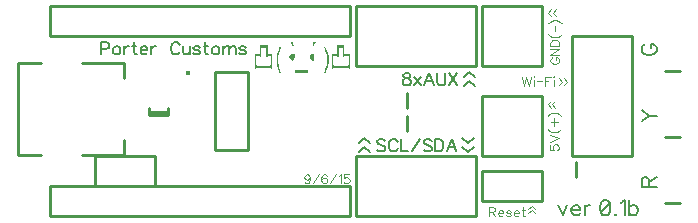
<source format=gbr>
G04 DipTrace 2.4.0.2*
%INTopSilk.gbr*%
%MOIN*%
%ADD10C,0.0098*%
%ADD12C,0.003*%
%ADD21C,0.0154*%
%ADD41C,0.0077*%
%ADD42C,0.0046*%
%ADD43C,0.0062*%
%FSLAX44Y44*%
G04*
G70*
G90*
G75*
G01*
%LNTopSilk*%
%LPD*%
X21690Y6440D2*
D10*
Y10440D1*
X23690D1*
Y6440D1*
X21690D1*
X14290Y10440D2*
Y11440D1*
X4290Y10440D2*
X14290D1*
X4290D2*
Y11440D1*
X5040D1*
X14290D1*
Y4440D2*
Y5440D1*
X4290Y4440D2*
X14290D1*
X4290D2*
Y5440D1*
X5040D1*
X14290D1*
X3225Y9545D2*
Y6475D1*
X5351Y9545D2*
X6769D1*
X5351Y6475D2*
X6769D1*
X3225Y9545D2*
X3973D1*
X3225Y6475D2*
X3973D1*
X6769Y9545D2*
Y9053D1*
Y6967D2*
Y6475D1*
X8205Y7898D2*
X7575D1*
X8205Y7823D2*
X7575D1*
X8205D2*
Y8059D1*
X7575Y7823D2*
Y8059D1*
X14490Y11440D2*
X18490D1*
Y9440D1*
X14490D1*
Y11440D1*
X18690Y5940D2*
Y4940D1*
X20690Y5940D2*
X18690D1*
X20690D2*
Y4940D1*
X18690D1*
X25296Y4876D2*
X24784D1*
X25291Y9281D2*
X24779D1*
X25291Y7081D2*
X24779D1*
D21*
X8888Y9223D3*
X9781Y9234D2*
D10*
Y6635D1*
X10883Y9234D2*
Y6635D1*
X9781D2*
X10883D1*
X9781Y9234D2*
X10883D1*
X21826Y5734D2*
Y6246D1*
X16204Y8546D2*
Y8034D1*
X14500Y6440D2*
X18500D1*
Y4440D1*
X14500D1*
Y6440D1*
X7790Y5440D2*
Y6440D1*
X5790Y5440D2*
X7790D1*
X5790D2*
Y6440D1*
X7790D1*
X18690Y11440D2*
X20690D1*
X18690Y9440D2*
Y11440D1*
X20690Y9440D2*
Y11440D1*
X18690Y9440D2*
X20690D1*
X18690Y8440D2*
X20690D1*
X18690Y6440D2*
Y8440D1*
X20690Y6440D2*
Y8440D1*
X18690Y6440D2*
X20690D1*
X16204Y7796D2*
Y7284D1*
X12320Y10250D2*
D12*
X12350D1*
X13070D2*
X13130D1*
X12334Y10220D2*
X12361D1*
X13059D2*
X13097D1*
X12343Y10190D2*
X12371D1*
X13049D2*
X13067D1*
X12350Y10160D2*
X12380D1*
X13040D2*
D3*
X11300Y10130D2*
X11510D1*
X13850D2*
X14060D1*
X11300Y10100D2*
X11510D1*
X13850D2*
X14060D1*
X11300Y10070D2*
X11510D1*
X11930D2*
X11960D1*
X13430D2*
D3*
X13850D2*
X14060D1*
X11300Y10040D2*
D3*
X11480D2*
X11510D1*
X11925D2*
X11945D1*
X13440D2*
X13460D1*
X13850D2*
X13880D1*
X14060D2*
D3*
X11300Y10010D2*
D3*
X11480D2*
X11510D1*
X11918D2*
X11933D1*
X13450D2*
X13471D1*
X13850D2*
X13880D1*
X14060D2*
D3*
X11300Y9980D2*
D3*
X11480D2*
X11510D1*
X11909D2*
X11921D1*
X13460D2*
X13484D1*
X13850D2*
X13880D1*
X14060D2*
D3*
X11300Y9950D2*
D3*
X11480D2*
X11510D1*
X11899D2*
X11910D1*
X13471D2*
X13497D1*
X13850D2*
X13880D1*
X14060D2*
D3*
X11300Y9920D2*
D3*
X11480D2*
X11510D1*
X11885D2*
X11900D1*
X13484D2*
X13508D1*
X13850D2*
X13880D1*
X14060D2*
D3*
X11300Y9890D2*
D3*
X11480D2*
X11510D1*
X11869D2*
X11890D1*
X13497D2*
X13515D1*
X13850D2*
X13880D1*
X14060D2*
D3*
X11120Y9860D2*
X11300D1*
X11480D2*
X11660D1*
X11855D2*
X11880D1*
X12350D2*
D3*
X13010D2*
X13040D1*
X13508D2*
X13523D1*
X13700D2*
X13880D1*
X14060D2*
X14240D1*
X11120Y9830D2*
X11300D1*
X11480D2*
X11660D1*
X11847D2*
X11870D1*
X12316D2*
X12410D1*
X12986D2*
X13054D1*
X13514D2*
X13531D1*
X13700D2*
X13880D1*
X14060D2*
X14240D1*
X11120Y9800D2*
X11300D1*
X11480D2*
X11660D1*
X11843D2*
X11860D1*
X12285D2*
X12410D1*
X12968D2*
X13062D1*
X13518D2*
X13540D1*
X13700D2*
X13880D1*
X14060D2*
X14240D1*
X11120Y9770D2*
D3*
X11300D2*
D3*
X11480D2*
X11510D1*
X11660D2*
D3*
X11841D2*
X11851D1*
X12271D2*
X12410D1*
X12959D2*
X13067D1*
X13519D2*
X13545D1*
X13700D2*
D3*
X13850D2*
X13880D1*
X14060D2*
D3*
X14240D2*
D3*
X11120Y9740D2*
D3*
X11660D2*
D3*
X11840D2*
X11845D1*
X12268D2*
X12407D1*
X12953D2*
X13067D1*
X13520D2*
X13548D1*
X13700D2*
D3*
X14240D2*
D3*
X11120Y9710D2*
D3*
X11660D2*
D3*
X11840D2*
X11842D1*
X12281D2*
X12402D1*
X12959D2*
X13064D1*
X13520D2*
X13549D1*
X13700D2*
D3*
X14240D2*
D3*
X11120Y9680D2*
D3*
X11660D2*
D3*
X11840D2*
X11841D1*
X12313D2*
X12379D1*
X12982D2*
X13054D1*
X13520D2*
X13550D1*
X13700D2*
D3*
X14240D2*
D3*
X11120Y9650D2*
D3*
X11660D2*
D3*
X11840D2*
X11842D1*
X12350D2*
D3*
X13010D2*
X13040D1*
X13520D2*
X13550D1*
X13700D2*
D3*
X14240D2*
D3*
X11120Y9620D2*
D3*
X11660D2*
D3*
X11840D2*
X11845D1*
X13520D2*
X13550D1*
X13700D2*
D3*
X14240D2*
D3*
X11120Y9590D2*
D3*
X11660D2*
D3*
X11840D2*
X11852D1*
X13520D2*
X13549D1*
X13700D2*
D3*
X14240D2*
D3*
X11120Y9560D2*
D3*
X11660D2*
D3*
X11840D2*
X11860D1*
X13520D2*
X13545D1*
X13700D2*
D3*
X14240D2*
D3*
X11120Y9530D2*
D3*
X11660D2*
D3*
X11841D2*
X11866D1*
X13519D2*
X13538D1*
X13700D2*
D3*
X14240D2*
D3*
X11120Y9500D2*
D3*
X11660D2*
D3*
X11845D2*
X11873D1*
X13515D2*
X13530D1*
X13700D2*
D3*
X14240D2*
D3*
X11120Y9470D2*
X11150D1*
X11630D2*
X11660D1*
X11853D2*
X11881D1*
X13507D2*
X13524D1*
X13700D2*
X13730D1*
X14210D2*
X14240D1*
X11120Y9440D2*
X11660D1*
X11865D2*
X11890D1*
X13495D2*
X13517D1*
X13700D2*
X14240D1*
X11120Y9410D2*
X11660D1*
X11877D2*
X11896D1*
X13483D2*
X13507D1*
X13700D2*
X14240D1*
X11120Y9380D2*
D3*
X11660D2*
D3*
X11889D2*
X11903D1*
X13471D2*
X13495D1*
X13700D2*
D3*
X14240D2*
D3*
X11899Y9350D2*
X11911D1*
X13461D2*
X13482D1*
X11911Y9320D2*
X11920D1*
X12470D2*
X12860D1*
X13450D2*
X13467D1*
X11925Y9290D2*
X11926D1*
X12470D2*
X12860D1*
X13441D2*
X13453D1*
X11941Y9260D2*
X11930D1*
X12470D2*
X12860D1*
X13435D2*
X13441D1*
X11960Y9230D2*
D3*
X12470D2*
X12860D1*
X13430D2*
D3*
X12320Y10250D2*
X12334Y10220D1*
X12343Y10190D1*
X12350Y10160D1*
Y10250D2*
X12361Y10220D1*
X12371Y10190D1*
X12380Y10160D1*
X13070Y10250D2*
X13059Y10220D1*
X13049Y10190D1*
X13040Y10160D1*
X13130Y10250D2*
X13097Y10220D1*
X13067Y10190D1*
X13040Y10160D1*
X11300Y10130D2*
Y10100D1*
Y10070D1*
Y10040D1*
Y10010D1*
Y9980D1*
Y9950D1*
Y9920D1*
Y9890D1*
Y9860D1*
X11120D1*
Y9830D1*
Y9800D1*
Y9770D1*
Y9740D1*
Y9710D1*
Y9680D1*
Y9650D1*
Y9620D1*
Y9590D1*
Y9560D1*
Y9530D1*
Y9500D1*
Y9470D1*
Y9440D1*
Y9410D1*
Y9380D1*
X11510Y10130D2*
Y10100D1*
Y10070D1*
Y10040D1*
Y10010D1*
Y9980D1*
Y9950D1*
Y9920D1*
Y9890D1*
Y9860D1*
X11660D1*
Y9830D1*
Y9800D1*
Y9770D1*
Y9740D1*
Y9710D1*
Y9680D1*
Y9650D1*
Y9620D1*
Y9590D1*
Y9560D1*
Y9530D1*
Y9500D1*
Y9470D1*
Y9440D1*
Y9410D1*
Y9380D1*
X13850Y10130D2*
Y10100D1*
Y10070D1*
Y10040D1*
Y10010D1*
Y9980D1*
Y9950D1*
Y9920D1*
Y9890D1*
Y9860D1*
X13700D1*
Y9830D1*
Y9800D1*
Y9770D1*
Y9740D1*
Y9710D1*
Y9680D1*
Y9650D1*
Y9620D1*
Y9590D1*
Y9560D1*
Y9530D1*
Y9500D1*
Y9470D1*
Y9440D1*
Y9410D1*
Y9380D1*
X14060Y10130D2*
Y10100D1*
Y10070D1*
Y10040D1*
Y10010D1*
Y9980D1*
Y9950D1*
Y9920D1*
Y9890D1*
Y9860D1*
X14240D1*
Y9830D1*
Y9800D1*
Y9770D1*
Y9740D1*
Y9710D1*
Y9680D1*
Y9650D1*
Y9620D1*
Y9590D1*
Y9560D1*
Y9530D1*
Y9500D1*
Y9470D1*
Y9440D1*
Y9410D1*
Y9380D1*
X11930Y10070D2*
X11925Y10040D1*
X11918Y10010D1*
X11909Y9980D1*
X11899Y9950D1*
X11885Y9920D1*
X11869Y9890D1*
X11855Y9860D1*
X11847Y9830D1*
X11843Y9800D1*
X11841Y9770D1*
X11840Y9740D1*
Y9710D1*
Y9680D1*
Y9650D1*
Y9620D1*
Y9590D1*
Y9560D1*
X11841Y9530D1*
X11845Y9500D1*
X11853Y9470D1*
X11865Y9440D1*
X11877Y9410D1*
X11889Y9380D1*
X11899Y9350D1*
X11911Y9320D1*
X11925Y9290D1*
X11941Y9260D1*
X11960Y9230D1*
Y10070D2*
X11945Y10040D1*
X11933Y10010D1*
X11921Y9980D1*
X11910Y9950D1*
X11900Y9920D1*
X11890Y9890D1*
X11880Y9860D1*
X11870Y9830D1*
X11860Y9800D1*
X11851Y9770D1*
X11845Y9740D1*
X11842Y9710D1*
X11841Y9680D1*
X11842Y9650D1*
X11845Y9620D1*
X11852Y9590D1*
X11860Y9560D1*
X11866Y9530D1*
X11873Y9500D1*
X11881Y9470D1*
X11890Y9440D1*
X11896Y9410D1*
X11903Y9380D1*
X11911Y9350D1*
X11920Y9320D1*
X11926Y9290D1*
X11930Y9260D1*
X13430Y10070D2*
X13440Y10040D1*
X13450Y10010D1*
X13460Y9980D1*
X13471Y9950D1*
X13484Y9920D1*
X13497Y9890D1*
X13508Y9860D1*
X13514Y9830D1*
X13518Y9800D1*
X13519Y9770D1*
X13520Y9740D1*
Y9710D1*
Y9680D1*
Y9650D1*
Y9620D1*
Y9590D1*
Y9560D1*
X13519Y9530D1*
X13515Y9500D1*
X13507Y9470D1*
X13495Y9440D1*
X13483Y9410D1*
X13471Y9380D1*
X13461Y9350D1*
X13450Y9320D1*
X13441Y9290D1*
X13435Y9260D1*
X13430Y9230D1*
X11480Y10070D2*
Y10040D1*
Y10010D1*
Y9980D1*
Y9950D1*
Y9920D1*
Y9890D1*
Y9860D1*
Y9830D1*
Y9800D1*
Y9770D1*
X13460Y10040D2*
X13471Y10010D1*
X13484Y9980D1*
X13497Y9950D1*
X13508Y9920D1*
X13515Y9890D1*
X13523Y9860D1*
X13531Y9830D1*
X13540Y9800D1*
X13545Y9770D1*
X13548Y9740D1*
X13549Y9710D1*
X13550Y9680D1*
Y9650D1*
Y9620D1*
X13549Y9590D1*
X13545Y9560D1*
X13538Y9530D1*
X13530Y9500D1*
X13524Y9470D1*
X13517Y9440D1*
X13507Y9410D1*
X13495Y9380D1*
X13482Y9350D1*
X13467Y9320D1*
X13453Y9290D1*
X13441Y9260D1*
X13430Y9230D1*
X13880Y10070D2*
Y10040D1*
Y10010D1*
Y9980D1*
Y9950D1*
Y9920D1*
Y9890D1*
Y9860D1*
Y9830D1*
Y9800D1*
Y9770D1*
X11300Y9860D2*
Y9830D1*
Y9800D1*
Y9770D1*
X12350Y9860D2*
X12316Y9830D1*
X12285Y9800D1*
X12271Y9770D1*
X12268Y9740D1*
X12281Y9710D1*
X12313Y9680D1*
X12350Y9650D1*
X13010Y9860D2*
X12986Y9830D1*
X12968Y9800D1*
X12959Y9770D1*
X12953Y9740D1*
X12959Y9710D1*
X12982Y9680D1*
X13010Y9650D1*
X13040Y9860D2*
X13054Y9830D1*
X13062Y9800D1*
X13067Y9770D1*
Y9740D1*
X13064Y9710D1*
X13054Y9680D1*
X13040Y9650D1*
X14060Y9860D2*
Y9830D1*
Y9800D1*
Y9770D1*
X12410Y9830D2*
Y9800D1*
Y9770D1*
X12407Y9740D1*
X12402Y9710D1*
X12379Y9680D1*
X12350Y9650D1*
X11540Y9800D2*
X11510Y9770D1*
X13820Y9800D2*
X13850Y9770D1*
X11150Y9470D2*
Y9440D1*
X11630Y9470D2*
Y9440D1*
X13730Y9470D2*
Y9440D1*
X14210Y9470D2*
Y9440D1*
X12470Y9320D2*
Y9290D1*
Y9260D1*
Y9230D1*
X12860Y9320D2*
Y9290D1*
Y9260D1*
Y9230D1*
X24252Y5418D2*
D41*
Y5633D1*
X24227Y5705D1*
X24204Y5729D1*
X24156Y5753D1*
X24108D1*
X24061Y5729D1*
X24036Y5705D1*
X24012Y5633D1*
Y5418D1*
X24515D1*
X24252Y5585D2*
X24515Y5753D1*
X24127Y10169D2*
X24080Y10146D1*
X24031Y10098D1*
X24008Y10050D1*
Y9954D1*
X24031Y9906D1*
X24080Y9859D1*
X24127Y9834D1*
X24199Y9811D1*
X24319D1*
X24390Y9834D1*
X24438Y9859D1*
X24486Y9906D1*
X24510Y9954D1*
Y10050D1*
X24486Y10097D1*
X24438Y10146D1*
X24390Y10169D1*
X24319D1*
Y10050D1*
X24008Y7599D2*
X24247Y7790D1*
X24510D1*
X24008Y7981D2*
X24247Y7790D1*
X18932Y4595D2*
D42*
X19061D1*
X19104Y4609D1*
X19119Y4624D1*
X19133Y4652D1*
Y4681D1*
X19119Y4709D1*
X19104Y4724D1*
X19061Y4738D1*
X18932D1*
Y4437D1*
X19033Y4595D2*
X19133Y4437D1*
X19226Y4552D2*
X19398D1*
Y4580D1*
X19384Y4609D1*
X19369Y4624D1*
X19341Y4638D1*
X19298D1*
X19269Y4624D1*
X19240Y4595D1*
X19226Y4552D1*
Y4523D1*
X19240Y4480D1*
X19269Y4451D1*
X19298Y4437D1*
X19341D1*
X19369Y4451D1*
X19398Y4480D1*
X19648Y4595D2*
X19634Y4624D1*
X19591Y4638D1*
X19548D1*
X19505Y4624D1*
X19491Y4595D1*
X19505Y4566D1*
X19534Y4552D1*
X19605Y4537D1*
X19634Y4523D1*
X19648Y4494D1*
Y4480D1*
X19634Y4451D1*
X19591Y4437D1*
X19548D1*
X19505Y4451D1*
X19491Y4480D1*
X19741Y4552D2*
X19913D1*
Y4580D1*
X19899Y4609D1*
X19885Y4624D1*
X19856Y4638D1*
X19813D1*
X19784Y4624D1*
X19755Y4595D1*
X19741Y4552D1*
Y4523D1*
X19755Y4480D1*
X19784Y4451D1*
X19813Y4437D1*
X19856D1*
X19885Y4451D1*
X19913Y4480D1*
X20049Y4738D2*
Y4494D1*
X20063Y4451D1*
X20092Y4437D1*
X20121D1*
X20006Y4638D2*
X20106D1*
X20232Y4687D2*
X20347Y4788D1*
X20462Y4687D1*
X20232Y4537D2*
X20347Y4638D1*
X20462Y4537D1*
X21129Y8055D2*
X21029Y8169D1*
X21129Y8284D1*
X20979Y8055D2*
X20879Y8169D1*
X20979Y8284D1*
X16139Y9203D2*
D43*
X16082Y9184D1*
X16063Y9146D1*
Y9107D1*
X16082Y9069D1*
X16120Y9050D1*
X16197Y9031D1*
X16254Y9012D1*
X16292Y8973D1*
X16311Y8935D1*
Y8878D1*
X16292Y8840D1*
X16273Y8820D1*
X16216Y8801D1*
X16139D1*
X16082Y8820D1*
X16063Y8840D1*
X16044Y8878D1*
Y8935D1*
X16063Y8973D1*
X16101Y9012D1*
X16158Y9031D1*
X16235Y9050D1*
X16273Y9069D1*
X16292Y9107D1*
Y9146D1*
X16273Y9184D1*
X16216Y9203D1*
X16139D1*
X16435Y9069D2*
X16645Y8801D1*
Y9069D2*
X16435Y8801D1*
X17075D2*
X16922Y9203D1*
X16769Y8801D1*
X16826Y8935D2*
X17017D1*
X17198Y9203D2*
Y8916D1*
X17217Y8859D1*
X17256Y8821D1*
X17313Y8801D1*
X17351D1*
X17409Y8821D1*
X17447Y8859D1*
X17466Y8916D1*
Y9203D1*
X17590D2*
X17858Y8801D1*
Y9203D2*
X17590Y8801D1*
X21229Y4803D2*
D41*
X21372Y4468D1*
X21515Y4803D1*
X21670Y4659D2*
X21957D1*
Y4707D1*
X21933Y4755D1*
X21909Y4779D1*
X21861Y4803D1*
X21789D1*
X21742Y4779D1*
X21694Y4731D1*
X21670Y4659D1*
Y4612D1*
X21694Y4540D1*
X21742Y4492D1*
X21789Y4468D1*
X21861D1*
X21909Y4492D1*
X21957Y4540D1*
X22111Y4803D2*
Y4468D1*
Y4659D2*
X22135Y4731D1*
X22183Y4779D1*
X22231Y4803D1*
X22303D1*
X22772Y4970D2*
X22700Y4946D1*
X22652Y4874D1*
X22629Y4755D1*
Y4683D1*
X22652Y4564D1*
X22700Y4492D1*
X22772Y4468D1*
X22820D1*
X22892Y4492D1*
X22939Y4564D1*
X22964Y4683D1*
Y4755D1*
X22939Y4874D1*
X22892Y4946D1*
X22820Y4970D1*
X22772D1*
X22939Y4874D2*
X22652Y4564D1*
X23142Y4516D2*
X23118Y4492D1*
X23142Y4468D1*
X23166Y4492D1*
X23142Y4516D1*
X23320Y4874D2*
X23368Y4899D1*
X23440Y4970D1*
Y4468D1*
X23595Y4970D2*
Y4468D1*
Y4731D2*
X23643Y4779D1*
X23690Y4803D1*
X23762D1*
X23810Y4779D1*
X23858Y4731D1*
X23882Y4659D1*
Y4612D1*
X23858Y4540D1*
X23810Y4492D1*
X23762Y4468D1*
X23690D1*
X23643Y4492D1*
X23595Y4540D1*
X18075Y9073D2*
X18267Y9241D1*
X18458Y9073D1*
X18075Y8773D2*
X18267Y8941D1*
X18458Y8773D1*
X21036Y9733D2*
D42*
X21008Y9719D1*
X20979Y9690D1*
X20965Y9662D1*
Y9604D1*
X20979Y9576D1*
X21008Y9547D1*
X21036Y9533D1*
X21079Y9518D1*
X21151D1*
X21194Y9533D1*
X21223Y9547D1*
X21252Y9576D1*
X21266Y9604D1*
Y9662D1*
X21252Y9690D1*
X21223Y9719D1*
X21194Y9733D1*
X21151D1*
Y9662D1*
X20965Y10027D2*
X21266D1*
X20965Y9826D1*
X21266D1*
X20965Y10120D2*
X21266D1*
Y10220D1*
X21252Y10263D1*
X21223Y10292D1*
X21194Y10306D1*
X21151Y10321D1*
X21079D1*
X21036Y10306D1*
X21008Y10292D1*
X20979Y10263D1*
X20965Y10220D1*
Y10120D1*
X20886Y10514D2*
X20915Y10485D1*
X20958Y10456D1*
X21015Y10428D1*
X21087Y10413D1*
X21144D1*
X21216Y10428D1*
X21273Y10456D1*
X21317Y10485D1*
X21345Y10514D1*
X21116Y10606D2*
Y10772D1*
X20886Y10865D2*
X20915Y10894D1*
X20958Y10922D1*
X21015Y10951D1*
X21087Y10965D1*
X21144D1*
X21216Y10951D1*
X21273Y10922D1*
X21317Y10894D1*
X21345Y10865D1*
X20951Y6805D2*
Y6661D1*
X21080Y6647D1*
X21066Y6661D1*
X21051Y6704D1*
Y6747D1*
X21066Y6790D1*
X21094Y6819D1*
X21137Y6833D1*
X21166D1*
X21209Y6819D1*
X21238Y6790D1*
X21252Y6747D1*
Y6704D1*
X21238Y6661D1*
X21223Y6647D1*
X21195Y6632D1*
X20951Y6926D2*
X21252Y7041D1*
X20951Y7156D1*
X20872Y7349D2*
X20900Y7320D1*
X20944Y7291D1*
X21001Y7262D1*
X21073Y7248D1*
X21130D1*
X21202Y7262D1*
X21259Y7291D1*
X21302Y7320D1*
X21331Y7349D1*
X20972Y7570D2*
X21231D1*
X21102Y7441D2*
Y7700D1*
X20872Y7792D2*
X20900Y7821D1*
X20944Y7850D1*
X21001Y7878D1*
X21073Y7893D1*
X21130D1*
X21202Y7878D1*
X21259Y7850D1*
X21302Y7821D1*
X21331Y7792D1*
X20028Y9093D2*
X20100Y8792D1*
X20171Y9093D1*
X20243Y8792D1*
X20315Y9093D1*
X20408D2*
X20422Y9079D1*
X20436Y9093D1*
X20422Y9108D1*
X20408Y9093D1*
X20422Y8993D2*
Y8792D1*
X20529Y8942D2*
X20695D1*
X20974Y9093D2*
X20788D1*
Y8792D1*
Y8950D2*
X20902D1*
X21067Y9093D2*
X21081Y9079D1*
X21096Y9093D1*
X21081Y9108D1*
X21067Y9093D1*
X21081Y8993D2*
Y8792D1*
X21143Y11105D2*
X21042Y11219D1*
X21143Y11334D1*
X20979Y11105D2*
X20879Y11219D1*
X20979Y11334D1*
X21415Y9034D2*
X21515Y8919D1*
X21415Y8805D1*
X21265Y9034D2*
X21365Y8919D1*
X21265Y8805D1*
X15462Y6946D2*
D43*
X15423Y6984D1*
X15366Y7003D1*
X15290D1*
X15232Y6984D1*
X15194Y6946D1*
Y6908D1*
X15213Y6869D1*
X15232Y6850D1*
X15270Y6831D1*
X15385Y6793D1*
X15423Y6774D1*
X15442Y6754D1*
X15462Y6716D1*
Y6659D1*
X15423Y6621D1*
X15366Y6601D1*
X15290D1*
X15232Y6621D1*
X15194Y6659D1*
X15872Y6908D2*
X15853Y6946D1*
X15814Y6984D1*
X15776Y7003D1*
X15700D1*
X15662Y6984D1*
X15623Y6946D1*
X15604Y6908D1*
X15585Y6850D1*
Y6754D1*
X15604Y6697D1*
X15623Y6659D1*
X15662Y6621D1*
X15700Y6601D1*
X15776D1*
X15814Y6621D1*
X15853Y6659D1*
X15872Y6697D1*
X15995Y7003D2*
Y6601D1*
X16225D1*
X16348D2*
X16616Y7003D1*
X17008Y6946D2*
X16970Y6984D1*
X16912Y7003D1*
X16836D1*
X16778Y6984D1*
X16740Y6946D1*
Y6908D1*
X16759Y6869D1*
X16778Y6850D1*
X16816Y6831D1*
X16931Y6793D1*
X16970Y6774D1*
X16989Y6754D1*
X17008Y6716D1*
Y6659D1*
X16970Y6621D1*
X16912Y6601D1*
X16836D1*
X16778Y6621D1*
X16740Y6659D1*
X17131Y7003D2*
Y6601D1*
X17265D1*
X17323Y6621D1*
X17361Y6659D1*
X17380Y6697D1*
X17399Y6754D1*
Y6850D1*
X17380Y6908D1*
X17361Y6946D1*
X17323Y6984D1*
X17265Y7003D1*
X17131D1*
X17829Y6601D2*
X17676Y7003D1*
X17523Y6601D1*
X17580Y6735D2*
X17772D1*
X18408Y7047D2*
D41*
X18217Y6879D1*
X18025Y7047D1*
X18408Y6747D2*
X18217Y6579D1*
X18025Y6747D1*
X14575Y6873D2*
X14767Y7041D1*
X14958Y6873D1*
X14575Y6573D2*
X14767Y6741D1*
X14958Y6573D1*
X5990Y10025D2*
D43*
X6162D1*
X6219Y10044D1*
X6239Y10063D1*
X6258Y10101D1*
Y10159D1*
X6239Y10197D1*
X6219Y10216D1*
X6162Y10235D1*
X5990D1*
Y9833D1*
X6477Y10101D2*
X6439Y10082D1*
X6400Y10044D1*
X6381Y9986D1*
Y9948D1*
X6400Y9891D1*
X6439Y9853D1*
X6477Y9833D1*
X6534D1*
X6573Y9853D1*
X6611Y9891D1*
X6630Y9948D1*
Y9986D1*
X6611Y10044D1*
X6573Y10082D1*
X6534Y10101D1*
X6477D1*
X6754D2*
Y9833D1*
Y9986D2*
X6773Y10044D1*
X6811Y10082D1*
X6850Y10101D1*
X6907D1*
X7088Y10235D2*
Y9910D1*
X7107Y9853D1*
X7146Y9833D1*
X7184D1*
X7031Y10101D2*
X7165D1*
X7307Y9986D2*
X7537D1*
Y10025D1*
X7518Y10063D1*
X7499Y10082D1*
X7460Y10101D1*
X7403D1*
X7365Y10082D1*
X7326Y10044D1*
X7307Y9986D1*
Y9948D1*
X7326Y9891D1*
X7365Y9853D1*
X7403Y9833D1*
X7460D1*
X7499Y9853D1*
X7537Y9891D1*
X7660Y10101D2*
Y9833D1*
Y9986D2*
X7680Y10044D1*
X7718Y10082D1*
X7756Y10101D1*
X7814D1*
X8613Y10140D2*
X8594Y10178D1*
X8556Y10216D1*
X8518Y10235D1*
X8441D1*
X8403Y10216D1*
X8365Y10178D1*
X8345Y10140D1*
X8326Y10082D1*
Y9986D1*
X8345Y9929D1*
X8365Y9891D1*
X8403Y9853D1*
X8441Y9833D1*
X8518D1*
X8556Y9853D1*
X8594Y9891D1*
X8613Y9929D1*
X8737Y10101D2*
Y9910D1*
X8756Y9853D1*
X8794Y9833D1*
X8852D1*
X8890Y9853D1*
X8947Y9910D1*
Y10101D2*
Y9833D1*
X9281Y10044D2*
X9262Y10082D1*
X9205Y10101D1*
X9147D1*
X9090Y10082D1*
X9071Y10044D1*
X9090Y10006D1*
X9128Y9986D1*
X9224Y9967D1*
X9262Y9948D1*
X9281Y9910D1*
Y9891D1*
X9262Y9853D1*
X9205Y9833D1*
X9147D1*
X9090Y9853D1*
X9071Y9891D1*
X9462Y10235D2*
Y9910D1*
X9481Y9853D1*
X9519Y9833D1*
X9558D1*
X9405Y10101D2*
X9539D1*
X9777D2*
X9739Y10082D1*
X9700Y10044D1*
X9681Y9986D1*
Y9948D1*
X9700Y9891D1*
X9739Y9853D1*
X9777Y9833D1*
X9834D1*
X9872Y9853D1*
X9911Y9891D1*
X9930Y9948D1*
Y9986D1*
X9911Y10044D1*
X9872Y10082D1*
X9834Y10101D1*
X9777D1*
X10053D2*
Y9833D1*
Y10025D2*
X10111Y10082D1*
X10149Y10101D1*
X10206D1*
X10245Y10082D1*
X10264Y10025D1*
Y9833D1*
Y10025D2*
X10321Y10082D1*
X10360Y10101D1*
X10417D1*
X10455Y10082D1*
X10475Y10025D1*
Y9833D1*
X10809Y10044D2*
X10790Y10082D1*
X10732Y10101D1*
X10675D1*
X10617Y10082D1*
X10598Y10044D1*
X10617Y10006D1*
X10656Y9986D1*
X10751Y9967D1*
X10790Y9948D1*
X10809Y9910D1*
Y9891D1*
X10790Y9853D1*
X10732Y9833D1*
X10675D1*
X10617Y9853D1*
X10598Y9891D1*
X12950Y5738D2*
D42*
X12935Y5695D1*
X12907Y5666D1*
X12864Y5652D1*
X12849D1*
X12806Y5666D1*
X12778Y5695D1*
X12763Y5738D1*
Y5752D1*
X12778Y5795D1*
X12806Y5824D1*
X12849Y5838D1*
X12864D1*
X12907Y5824D1*
X12935Y5795D1*
X12950Y5738D1*
Y5666D1*
X12935Y5594D1*
X12907Y5551D1*
X12864Y5537D1*
X12835D1*
X12792Y5551D1*
X12778Y5580D1*
X13042Y5537D2*
X13243Y5838D1*
X13508Y5795D2*
X13494Y5824D1*
X13451Y5838D1*
X13422D1*
X13379Y5824D1*
X13350Y5781D1*
X13336Y5709D1*
Y5637D1*
X13350Y5580D1*
X13379Y5551D1*
X13422Y5537D1*
X13437D1*
X13479Y5551D1*
X13508Y5580D1*
X13522Y5623D1*
Y5637D1*
X13508Y5680D1*
X13479Y5709D1*
X13437Y5723D1*
X13422D1*
X13379Y5709D1*
X13350Y5680D1*
X13336Y5637D1*
X13615Y5537D2*
X13816Y5838D1*
X13909Y5781D2*
X13938Y5795D1*
X13981Y5838D1*
Y5537D1*
X14245Y5838D2*
X14102D1*
X14088Y5709D1*
X14102Y5723D1*
X14145Y5738D1*
X14188D1*
X14231Y5723D1*
X14260Y5695D1*
X14274Y5652D1*
Y5623D1*
X14260Y5580D1*
X14231Y5551D1*
X14188Y5537D1*
X14145D1*
X14102Y5551D1*
X14088Y5566D1*
X14073Y5594D1*
M02*

</source>
